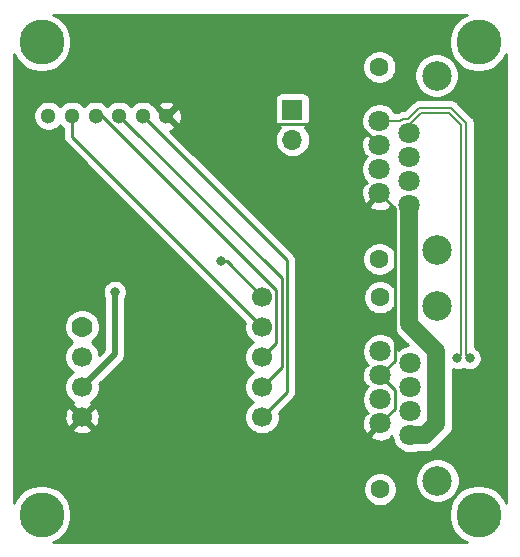
<source format=gbr>
G04 #@! TF.GenerationSoftware,KiCad,Pcbnew,(5.1.2)-1*
G04 #@! TF.CreationDate,2020-12-31T00:30:43+09:00*
G04 #@! TF.ProjectId,M5Atom_CAN_RJ45,4d354174-6f6d-45f4-9341-4e5f524a3435,rev?*
G04 #@! TF.SameCoordinates,Original*
G04 #@! TF.FileFunction,Copper,L1,Top*
G04 #@! TF.FilePolarity,Positive*
%FSLAX46Y46*%
G04 Gerber Fmt 4.6, Leading zero omitted, Abs format (unit mm)*
G04 Created by KiCad (PCBNEW (5.1.2)-1) date 2020-12-31 00:30:43*
%MOMM*%
%LPD*%
G04 APERTURE LIST*
%ADD10C,3.800000*%
%ADD11C,2.500000*%
%ADD12C,1.600000*%
%ADD13C,1.800000*%
%ADD14C,1.700000*%
%ADD15C,1.776200*%
%ADD16O,1.700000X1.700000*%
%ADD17R,1.700000X1.700000*%
%ADD18C,1.300000*%
%ADD19C,0.800000*%
%ADD20C,0.250000*%
%ADD21C,0.500000*%
%ADD22C,1.500000*%
%ADD23C,0.200000*%
%ADD24C,0.254000*%
G04 APERTURE END LIST*
D10*
X137000001Y-121200000D03*
X174000000Y-121200000D03*
X174000000Y-81200001D03*
X137000001Y-81200001D03*
D11*
X170511000Y-103534000D03*
X170511000Y-118334000D03*
D12*
X165671000Y-102809000D03*
X165671000Y-119059000D03*
D13*
X168211000Y-114490000D03*
X165671000Y-113474000D03*
X168211000Y-112458000D03*
X165671000Y-111442000D03*
X168211000Y-110426000D03*
X165671000Y-109410000D03*
X168211000Y-108394000D03*
X165671000Y-107378000D03*
D14*
X155667000Y-102768000D03*
X155667000Y-105308000D03*
X155667000Y-107848000D03*
X155667000Y-110388000D03*
X155667000Y-112928000D03*
X140427000Y-112928000D03*
X140427000Y-110388000D03*
X140427000Y-107848000D03*
D15*
X140427000Y-105308000D03*
D16*
X158242000Y-89471500D03*
D17*
X158242000Y-86931500D03*
D18*
X147574000Y-87439500D03*
X145574000Y-87439500D03*
X143574000Y-87439500D03*
X141574000Y-87439500D03*
X139574000Y-87439500D03*
X137574000Y-87439500D03*
D11*
X170448000Y-84040000D03*
X170448000Y-98840000D03*
D12*
X165608000Y-83315000D03*
X165608000Y-99565000D03*
D13*
X168148000Y-94996000D03*
X165608000Y-93980000D03*
X168148000Y-92964000D03*
X165608000Y-91948000D03*
X168148000Y-90932000D03*
X165608000Y-89916000D03*
X168148000Y-88900000D03*
X165608000Y-87884000D03*
D19*
X152213000Y-99768900D03*
X172195000Y-107950000D03*
X173245000Y-107950000D03*
X143198000Y-102358400D03*
D20*
X165671000Y-109410000D02*
X166922000Y-110661000D01*
X166922000Y-110661000D02*
X166922000Y-112223000D01*
X166922000Y-112223000D02*
X165671000Y-113474000D01*
X165608000Y-93980000D02*
X166896000Y-95268400D01*
X166896000Y-95268400D02*
X166896000Y-108185000D01*
X166896000Y-108185000D02*
X165671000Y-109410000D01*
X165608000Y-89916000D02*
X163799000Y-88106900D01*
X163799000Y-88106900D02*
X148241000Y-88106900D01*
X148241000Y-88106900D02*
X147574000Y-87439500D01*
X155667000Y-102768000D02*
X152668000Y-99768900D01*
X152668000Y-99768900D02*
X152213000Y-99768900D01*
X168211000Y-114490000D02*
X167990000Y-114711000D01*
D21*
X169483792Y-114490000D02*
X169496992Y-114503200D01*
D22*
X168211000Y-114490000D02*
X169483792Y-114490000D01*
X169496992Y-114503200D02*
X170434000Y-113566192D01*
X170434000Y-107315000D02*
X170434000Y-113566192D01*
X168148000Y-105029000D02*
X170434000Y-107315000D01*
X168148000Y-96268792D02*
X168148000Y-105029000D01*
X168148000Y-94996000D02*
X168148000Y-96268792D01*
D23*
X168148000Y-88900000D02*
X168148000Y-88202200D01*
X168148000Y-88202200D02*
X169130000Y-87220000D01*
X169130000Y-87220000D02*
X171484000Y-87220000D01*
X171484000Y-87220000D02*
X172495000Y-88231200D01*
X172495000Y-88231200D02*
X172495000Y-107650000D01*
X172495000Y-107650000D02*
X172195000Y-107950000D01*
X165608000Y-87884000D02*
X167388000Y-87884000D01*
X167388000Y-87884000D02*
X167572000Y-87700000D01*
X167572000Y-87700000D02*
X168014000Y-87700000D01*
X168014000Y-87700000D02*
X168944000Y-86770000D01*
X168944000Y-86770000D02*
X171670000Y-86770000D01*
X171670000Y-86770000D02*
X172945000Y-88044800D01*
X172945000Y-88044800D02*
X172945000Y-107650000D01*
X172945000Y-107650000D02*
X173245000Y-107950000D01*
D20*
X155667000Y-112928000D02*
X157780000Y-110815000D01*
X157780000Y-110815000D02*
X157780000Y-99645800D01*
X157780000Y-99645800D02*
X145574000Y-87439500D01*
X143574000Y-87439500D02*
X157330000Y-101195000D01*
X157330000Y-101195000D02*
X157330000Y-108725000D01*
X157330000Y-108725000D02*
X155667000Y-110388000D01*
X155667000Y-107848000D02*
X156849000Y-106666000D01*
X156849000Y-106666000D02*
X156849000Y-102207000D01*
X156849000Y-102207000D02*
X142081000Y-87439500D01*
X142081000Y-87439500D02*
X141574000Y-87439500D01*
X139574000Y-87439500D02*
X139574000Y-89215000D01*
X139574000Y-89215000D02*
X155667000Y-105308000D01*
D21*
X140427000Y-110388000D02*
X143198000Y-107617000D01*
X143198000Y-107617000D02*
X143198000Y-102358400D01*
D24*
G36*
X172799227Y-78953513D02*
G01*
X172384032Y-79230938D01*
X172030937Y-79584033D01*
X171753512Y-79999228D01*
X171562418Y-80460569D01*
X171465000Y-80950325D01*
X171465000Y-81449677D01*
X171562418Y-81939433D01*
X171753512Y-82400774D01*
X172030937Y-82815969D01*
X172384032Y-83169064D01*
X172799227Y-83446489D01*
X173260568Y-83637583D01*
X173750324Y-83735001D01*
X174249676Y-83735001D01*
X174739432Y-83637583D01*
X175200773Y-83446489D01*
X175615968Y-83169064D01*
X175969063Y-82815969D01*
X176246488Y-82400774D01*
X176340001Y-82175014D01*
X176340000Y-120224985D01*
X176246488Y-119999227D01*
X175969063Y-119584032D01*
X175615968Y-119230937D01*
X175200773Y-118953512D01*
X174739432Y-118762418D01*
X174249676Y-118665000D01*
X173750324Y-118665000D01*
X173260568Y-118762418D01*
X172799227Y-118953512D01*
X172384032Y-119230937D01*
X172030937Y-119584032D01*
X171753512Y-119999227D01*
X171562418Y-120460568D01*
X171465000Y-120950324D01*
X171465000Y-121449676D01*
X171562418Y-121939432D01*
X171753512Y-122400773D01*
X172030937Y-122815968D01*
X172384032Y-123169063D01*
X172799227Y-123446488D01*
X173024985Y-123540000D01*
X137975016Y-123540000D01*
X138200774Y-123446488D01*
X138615969Y-123169063D01*
X138969064Y-122815968D01*
X139246489Y-122400773D01*
X139437583Y-121939432D01*
X139535001Y-121449676D01*
X139535001Y-120950324D01*
X139437583Y-120460568D01*
X139246489Y-119999227D01*
X138969064Y-119584032D01*
X138615969Y-119230937D01*
X138200774Y-118953512D01*
X138114232Y-118917665D01*
X164236000Y-118917665D01*
X164236000Y-119200335D01*
X164291147Y-119477574D01*
X164399320Y-119738727D01*
X164556363Y-119973759D01*
X164756241Y-120173637D01*
X164991273Y-120330680D01*
X165252426Y-120438853D01*
X165529665Y-120494000D01*
X165812335Y-120494000D01*
X166089574Y-120438853D01*
X166350727Y-120330680D01*
X166585759Y-120173637D01*
X166785637Y-119973759D01*
X166942680Y-119738727D01*
X167050853Y-119477574D01*
X167106000Y-119200335D01*
X167106000Y-118917665D01*
X167050853Y-118640426D01*
X166942680Y-118379273D01*
X166788379Y-118148344D01*
X168626000Y-118148344D01*
X168626000Y-118519656D01*
X168698439Y-118883834D01*
X168840534Y-119226882D01*
X169046825Y-119535618D01*
X169309382Y-119798175D01*
X169618118Y-120004466D01*
X169961166Y-120146561D01*
X170325344Y-120219000D01*
X170696656Y-120219000D01*
X171060834Y-120146561D01*
X171403882Y-120004466D01*
X171712618Y-119798175D01*
X171975175Y-119535618D01*
X172181466Y-119226882D01*
X172323561Y-118883834D01*
X172396000Y-118519656D01*
X172396000Y-118148344D01*
X172323561Y-117784166D01*
X172181466Y-117441118D01*
X171975175Y-117132382D01*
X171712618Y-116869825D01*
X171403882Y-116663534D01*
X171060834Y-116521439D01*
X170696656Y-116449000D01*
X170325344Y-116449000D01*
X169961166Y-116521439D01*
X169618118Y-116663534D01*
X169309382Y-116869825D01*
X169046825Y-117132382D01*
X168840534Y-117441118D01*
X168698439Y-117784166D01*
X168626000Y-118148344D01*
X166788379Y-118148344D01*
X166785637Y-118144241D01*
X166585759Y-117944363D01*
X166350727Y-117787320D01*
X166089574Y-117679147D01*
X165812335Y-117624000D01*
X165529665Y-117624000D01*
X165252426Y-117679147D01*
X164991273Y-117787320D01*
X164756241Y-117944363D01*
X164556363Y-118144241D01*
X164399320Y-118379273D01*
X164291147Y-118640426D01*
X164236000Y-118917665D01*
X138114232Y-118917665D01*
X137739433Y-118762418D01*
X137249677Y-118665000D01*
X136750325Y-118665000D01*
X136260569Y-118762418D01*
X135799228Y-118953512D01*
X135384033Y-119230937D01*
X135030938Y-119584032D01*
X134753513Y-119999227D01*
X134660002Y-120224982D01*
X134660002Y-113956397D01*
X139578208Y-113956397D01*
X139655843Y-114205472D01*
X139919883Y-114331371D01*
X140203411Y-114403339D01*
X140495531Y-114418611D01*
X140785019Y-114376599D01*
X141060747Y-114278919D01*
X141198157Y-114205472D01*
X141275792Y-113956397D01*
X140427000Y-113107605D01*
X139578208Y-113956397D01*
X134660002Y-113956397D01*
X134660002Y-112996531D01*
X138936389Y-112996531D01*
X138978401Y-113286019D01*
X139076081Y-113561747D01*
X139149528Y-113699157D01*
X139398603Y-113776792D01*
X140247395Y-112928000D01*
X140606605Y-112928000D01*
X141455397Y-113776792D01*
X141704472Y-113699157D01*
X141830371Y-113435117D01*
X141902339Y-113151589D01*
X141917611Y-112859469D01*
X141875599Y-112569981D01*
X141777919Y-112294253D01*
X141704472Y-112156843D01*
X141455397Y-112079208D01*
X140606605Y-112928000D01*
X140247395Y-112928000D01*
X139398603Y-112079208D01*
X139149528Y-112156843D01*
X139023629Y-112420883D01*
X138951661Y-112704411D01*
X138936389Y-112996531D01*
X134660002Y-112996531D01*
X134660002Y-105157988D01*
X138903900Y-105157988D01*
X138903900Y-105458012D01*
X138962432Y-105752272D01*
X139077246Y-106029459D01*
X139243931Y-106278920D01*
X139456080Y-106491069D01*
X139620471Y-106600912D01*
X139480368Y-106694525D01*
X139273525Y-106901368D01*
X139111010Y-107144589D01*
X138999068Y-107414842D01*
X138942000Y-107701740D01*
X138942000Y-107994260D01*
X138999068Y-108281158D01*
X139111010Y-108551411D01*
X139273525Y-108794632D01*
X139480368Y-109001475D01*
X139654760Y-109118000D01*
X139480368Y-109234525D01*
X139273525Y-109441368D01*
X139111010Y-109684589D01*
X138999068Y-109954842D01*
X138942000Y-110241740D01*
X138942000Y-110534260D01*
X138999068Y-110821158D01*
X139111010Y-111091411D01*
X139273525Y-111334632D01*
X139480368Y-111541475D01*
X139653729Y-111657311D01*
X139578208Y-111899603D01*
X140427000Y-112748395D01*
X141275792Y-111899603D01*
X141200271Y-111657311D01*
X141373632Y-111541475D01*
X141580475Y-111334632D01*
X141742990Y-111091411D01*
X141854932Y-110821158D01*
X141912000Y-110534260D01*
X141912000Y-110241740D01*
X141897539Y-110169039D01*
X143793050Y-108273529D01*
X143826817Y-108245817D01*
X143876730Y-108184999D01*
X143937411Y-108111059D01*
X143998384Y-107996985D01*
X144019589Y-107957313D01*
X144070195Y-107790490D01*
X144083000Y-107660477D01*
X144083000Y-107660469D01*
X144087281Y-107617000D01*
X144083000Y-107573531D01*
X144083000Y-102896854D01*
X144115205Y-102848656D01*
X144193226Y-102660298D01*
X144233000Y-102460339D01*
X144233000Y-102256461D01*
X144193226Y-102056502D01*
X144115205Y-101868144D01*
X144001937Y-101698626D01*
X143857774Y-101554463D01*
X143688256Y-101441195D01*
X143499898Y-101363174D01*
X143299939Y-101323400D01*
X143096061Y-101323400D01*
X142896102Y-101363174D01*
X142707744Y-101441195D01*
X142538226Y-101554463D01*
X142394063Y-101698626D01*
X142280795Y-101868144D01*
X142202774Y-102056502D01*
X142163000Y-102256461D01*
X142163000Y-102460339D01*
X142202774Y-102660298D01*
X142280795Y-102848656D01*
X142313001Y-102896856D01*
X142313000Y-107250421D01*
X141903652Y-107659770D01*
X141854932Y-107414842D01*
X141742990Y-107144589D01*
X141580475Y-106901368D01*
X141373632Y-106694525D01*
X141233529Y-106600912D01*
X141397920Y-106491069D01*
X141610069Y-106278920D01*
X141776754Y-106029459D01*
X141891568Y-105752272D01*
X141950100Y-105458012D01*
X141950100Y-105157988D01*
X141891568Y-104863728D01*
X141776754Y-104586541D01*
X141610069Y-104337080D01*
X141397920Y-104124931D01*
X141148459Y-103958246D01*
X140871272Y-103843432D01*
X140577012Y-103784900D01*
X140276988Y-103784900D01*
X139982728Y-103843432D01*
X139705541Y-103958246D01*
X139456080Y-104124931D01*
X139243931Y-104337080D01*
X139077246Y-104586541D01*
X138962432Y-104863728D01*
X138903900Y-105157988D01*
X134660002Y-105157988D01*
X134660002Y-87312939D01*
X136289000Y-87312939D01*
X136289000Y-87566061D01*
X136338381Y-87814321D01*
X136435247Y-88048176D01*
X136575875Y-88258640D01*
X136754860Y-88437625D01*
X136965324Y-88578253D01*
X137199179Y-88675119D01*
X137447439Y-88724500D01*
X137700561Y-88724500D01*
X137948821Y-88675119D01*
X138182676Y-88578253D01*
X138393140Y-88437625D01*
X138572125Y-88258640D01*
X138574000Y-88255834D01*
X138575875Y-88258640D01*
X138754860Y-88437625D01*
X138814001Y-88477142D01*
X138814001Y-89177668D01*
X138810324Y-89215000D01*
X138814001Y-89252333D01*
X138824607Y-89360011D01*
X138824998Y-89363985D01*
X138868454Y-89507246D01*
X138939026Y-89639276D01*
X138972975Y-89680642D01*
X139034000Y-89755001D01*
X139062998Y-89778799D01*
X154225790Y-104941592D01*
X154182000Y-105161740D01*
X154182000Y-105454260D01*
X154239068Y-105741158D01*
X154351010Y-106011411D01*
X154513525Y-106254632D01*
X154720368Y-106461475D01*
X154894760Y-106578000D01*
X154720368Y-106694525D01*
X154513525Y-106901368D01*
X154351010Y-107144589D01*
X154239068Y-107414842D01*
X154182000Y-107701740D01*
X154182000Y-107994260D01*
X154239068Y-108281158D01*
X154351010Y-108551411D01*
X154513525Y-108794632D01*
X154720368Y-109001475D01*
X154894760Y-109118000D01*
X154720368Y-109234525D01*
X154513525Y-109441368D01*
X154351010Y-109684589D01*
X154239068Y-109954842D01*
X154182000Y-110241740D01*
X154182000Y-110534260D01*
X154239068Y-110821158D01*
X154351010Y-111091411D01*
X154513525Y-111334632D01*
X154720368Y-111541475D01*
X154894760Y-111658000D01*
X154720368Y-111774525D01*
X154513525Y-111981368D01*
X154351010Y-112224589D01*
X154239068Y-112494842D01*
X154182000Y-112781740D01*
X154182000Y-113074260D01*
X154239068Y-113361158D01*
X154351010Y-113631411D01*
X154513525Y-113874632D01*
X154720368Y-114081475D01*
X154963589Y-114243990D01*
X155233842Y-114355932D01*
X155520740Y-114413000D01*
X155813260Y-114413000D01*
X156100158Y-114355932D01*
X156370411Y-114243990D01*
X156613632Y-114081475D01*
X156820475Y-113874632D01*
X156982990Y-113631411D01*
X157094932Y-113361158D01*
X157152000Y-113074260D01*
X157152000Y-112781740D01*
X157108209Y-112561592D01*
X158291004Y-111378798D01*
X158320001Y-111355001D01*
X158414974Y-111239276D01*
X158485546Y-111107247D01*
X158529003Y-110963986D01*
X158540000Y-110852333D01*
X158540000Y-110852324D01*
X158543676Y-110815001D01*
X158540000Y-110777678D01*
X158540000Y-99683129D01*
X158543676Y-99645809D01*
X158540000Y-99608481D01*
X158540000Y-99608467D01*
X158529003Y-99496814D01*
X158485546Y-99353553D01*
X158443914Y-99275666D01*
X158414979Y-99221531D01*
X158414975Y-99221527D01*
X158414974Y-99221524D01*
X158320001Y-99105799D01*
X158291004Y-99082002D01*
X148680738Y-89471500D01*
X156749815Y-89471500D01*
X156778487Y-89762611D01*
X156863401Y-90042534D01*
X157001294Y-90300514D01*
X157186866Y-90526634D01*
X157412986Y-90712206D01*
X157670966Y-90850099D01*
X157950889Y-90935013D01*
X158169050Y-90956500D01*
X158314950Y-90956500D01*
X158533111Y-90935013D01*
X158813034Y-90850099D01*
X159071014Y-90712206D01*
X159297134Y-90526634D01*
X159482706Y-90300514D01*
X159620599Y-90042534D01*
X159638794Y-89982553D01*
X164067009Y-89982553D01*
X164109603Y-90281907D01*
X164209778Y-90567199D01*
X164289739Y-90716792D01*
X164543918Y-90800474D01*
X164427970Y-90916422D01*
X164448366Y-90936818D01*
X164415688Y-90969495D01*
X164247701Y-91220905D01*
X164131989Y-91500257D01*
X164073000Y-91796816D01*
X164073000Y-92099184D01*
X164131989Y-92395743D01*
X164247701Y-92675095D01*
X164415688Y-92926505D01*
X164448366Y-92959183D01*
X164427970Y-92979578D01*
X164543918Y-93095526D01*
X164289739Y-93179208D01*
X164158842Y-93451775D01*
X164083635Y-93744642D01*
X164067009Y-94046553D01*
X164109603Y-94345907D01*
X164209778Y-94631199D01*
X164289739Y-94780792D01*
X164543920Y-94864475D01*
X165428395Y-93980000D01*
X165414253Y-93965858D01*
X165593858Y-93786253D01*
X165608000Y-93800395D01*
X165622143Y-93786253D01*
X165801748Y-93965858D01*
X165787605Y-93980000D01*
X165801748Y-93994143D01*
X165622143Y-94173748D01*
X165608000Y-94159605D01*
X164723525Y-95044080D01*
X164807208Y-95298261D01*
X165079775Y-95429158D01*
X165372642Y-95504365D01*
X165674553Y-95520991D01*
X165973907Y-95478397D01*
X166259199Y-95378222D01*
X166408792Y-95298261D01*
X166492474Y-95044082D01*
X166608422Y-95160030D01*
X166614372Y-95154080D01*
X166671989Y-95443743D01*
X166763000Y-95663462D01*
X166763000Y-98710649D01*
X166722637Y-98650241D01*
X166522759Y-98450363D01*
X166287727Y-98293320D01*
X166026574Y-98185147D01*
X165749335Y-98130000D01*
X165466665Y-98130000D01*
X165189426Y-98185147D01*
X164928273Y-98293320D01*
X164693241Y-98450363D01*
X164493363Y-98650241D01*
X164336320Y-98885273D01*
X164228147Y-99146426D01*
X164173000Y-99423665D01*
X164173000Y-99706335D01*
X164228147Y-99983574D01*
X164336320Y-100244727D01*
X164493363Y-100479759D01*
X164693241Y-100679637D01*
X164928273Y-100836680D01*
X165189426Y-100944853D01*
X165466665Y-101000000D01*
X165749335Y-101000000D01*
X166026574Y-100944853D01*
X166287727Y-100836680D01*
X166522759Y-100679637D01*
X166722637Y-100479759D01*
X166763000Y-100419351D01*
X166763001Y-101871605D01*
X166585759Y-101694363D01*
X166350727Y-101537320D01*
X166089574Y-101429147D01*
X165812335Y-101374000D01*
X165529665Y-101374000D01*
X165252426Y-101429147D01*
X164991273Y-101537320D01*
X164756241Y-101694363D01*
X164556363Y-101894241D01*
X164399320Y-102129273D01*
X164291147Y-102390426D01*
X164236000Y-102667665D01*
X164236000Y-102950335D01*
X164291147Y-103227574D01*
X164399320Y-103488727D01*
X164556363Y-103723759D01*
X164756241Y-103923637D01*
X164991273Y-104080680D01*
X165252426Y-104188853D01*
X165529665Y-104244000D01*
X165812335Y-104244000D01*
X166089574Y-104188853D01*
X166350727Y-104080680D01*
X166585759Y-103923637D01*
X166763001Y-103746395D01*
X166763001Y-104960961D01*
X166756300Y-105029000D01*
X166783040Y-105300507D01*
X166862236Y-105561580D01*
X166990844Y-105802188D01*
X167120548Y-105960233D01*
X167120551Y-105960236D01*
X167163920Y-106013081D01*
X167216764Y-106056449D01*
X168026034Y-106865720D01*
X167763257Y-106917989D01*
X167483905Y-107033701D01*
X167232495Y-107201688D01*
X167206000Y-107228183D01*
X167206000Y-107226816D01*
X167147011Y-106930257D01*
X167031299Y-106650905D01*
X166863312Y-106399495D01*
X166649505Y-106185688D01*
X166398095Y-106017701D01*
X166118743Y-105901989D01*
X165822184Y-105843000D01*
X165519816Y-105843000D01*
X165223257Y-105901989D01*
X164943905Y-106017701D01*
X164692495Y-106185688D01*
X164478688Y-106399495D01*
X164310701Y-106650905D01*
X164194989Y-106930257D01*
X164136000Y-107226816D01*
X164136000Y-107529184D01*
X164194989Y-107825743D01*
X164310701Y-108105095D01*
X164478688Y-108356505D01*
X164511366Y-108389183D01*
X164490970Y-108409578D01*
X164606918Y-108525526D01*
X164352739Y-108609208D01*
X164221842Y-108881775D01*
X164146635Y-109174642D01*
X164130009Y-109476553D01*
X164172603Y-109775907D01*
X164272778Y-110061199D01*
X164352739Y-110210792D01*
X164606918Y-110294474D01*
X164490970Y-110410422D01*
X164511366Y-110430818D01*
X164478688Y-110463495D01*
X164310701Y-110714905D01*
X164194989Y-110994257D01*
X164136000Y-111290816D01*
X164136000Y-111593184D01*
X164194989Y-111889743D01*
X164310701Y-112169095D01*
X164478688Y-112420505D01*
X164511366Y-112453183D01*
X164490970Y-112473578D01*
X164606918Y-112589526D01*
X164352739Y-112673208D01*
X164221842Y-112945775D01*
X164146635Y-113238642D01*
X164130009Y-113540553D01*
X164172603Y-113839907D01*
X164272778Y-114125199D01*
X164352739Y-114274792D01*
X164606920Y-114358475D01*
X165491395Y-113474000D01*
X165477253Y-113459858D01*
X165656858Y-113280253D01*
X165671000Y-113294395D01*
X165685143Y-113280253D01*
X165864748Y-113459858D01*
X165850605Y-113474000D01*
X165864748Y-113488143D01*
X165685143Y-113667748D01*
X165671000Y-113653605D01*
X164786525Y-114538080D01*
X164870208Y-114792261D01*
X165142775Y-114923158D01*
X165435642Y-114998365D01*
X165737553Y-115014991D01*
X166036907Y-114972397D01*
X166322199Y-114872222D01*
X166471792Y-114792261D01*
X166555474Y-114538082D01*
X166671422Y-114654030D01*
X166677372Y-114648080D01*
X166734989Y-114937743D01*
X166850701Y-115217095D01*
X167018688Y-115468505D01*
X167232495Y-115682312D01*
X167483905Y-115850299D01*
X167763257Y-115966011D01*
X168059816Y-116025000D01*
X168362184Y-116025000D01*
X168658743Y-115966011D01*
X168878462Y-115875000D01*
X169294936Y-115875000D01*
X169496992Y-115894900D01*
X169768499Y-115868160D01*
X170029572Y-115788964D01*
X170270180Y-115660356D01*
X170428225Y-115530652D01*
X171365236Y-114593642D01*
X171418081Y-114550273D01*
X171467546Y-114490001D01*
X171591156Y-114339381D01*
X171591458Y-114338816D01*
X171719764Y-114098773D01*
X171798960Y-113837699D01*
X171819000Y-113634229D01*
X171819000Y-113634220D01*
X171825700Y-113566193D01*
X171819000Y-113498166D01*
X171819000Y-108914532D01*
X171893102Y-108945226D01*
X172093061Y-108985000D01*
X172296939Y-108985000D01*
X172496898Y-108945226D01*
X172685256Y-108867205D01*
X172720000Y-108843990D01*
X172754744Y-108867205D01*
X172943102Y-108945226D01*
X173143061Y-108985000D01*
X173346939Y-108985000D01*
X173546898Y-108945226D01*
X173735256Y-108867205D01*
X173904774Y-108753937D01*
X174048937Y-108609774D01*
X174162205Y-108440256D01*
X174240226Y-108251898D01*
X174280000Y-108051939D01*
X174280000Y-107848061D01*
X174240226Y-107648102D01*
X174162205Y-107459744D01*
X174048937Y-107290226D01*
X173904774Y-107146063D01*
X173735256Y-107032795D01*
X173680000Y-107009907D01*
X173680000Y-88080875D01*
X173683556Y-88044742D01*
X173676849Y-87976699D01*
X173669365Y-87900715D01*
X173669356Y-87900684D01*
X173669353Y-87900658D01*
X173650678Y-87839113D01*
X173627337Y-87762167D01*
X173627322Y-87762138D01*
X173627314Y-87762113D01*
X173595730Y-87703035D01*
X173559087Y-87634480D01*
X173559067Y-87634456D01*
X173559054Y-87634431D01*
X173511113Y-87576025D01*
X173467237Y-87522562D01*
X173439175Y-87499532D01*
X172215240Y-86275790D01*
X172192238Y-86247762D01*
X172164165Y-86224723D01*
X172164150Y-86224708D01*
X172143363Y-86207651D01*
X172080320Y-86155913D01*
X172080291Y-86155898D01*
X172080271Y-86155881D01*
X172026019Y-86126889D01*
X171952633Y-86087663D01*
X171952599Y-86087653D01*
X171952579Y-86087642D01*
X171893917Y-86069852D01*
X171814085Y-86045635D01*
X171814054Y-86045632D01*
X171814028Y-86045624D01*
X171743466Y-86038680D01*
X171706105Y-86035000D01*
X171706076Y-86035000D01*
X171669943Y-86031444D01*
X171633869Y-86035000D01*
X168980105Y-86035000D01*
X168944000Y-86031444D01*
X168799915Y-86045635D01*
X168661366Y-86087663D01*
X168543717Y-86150548D01*
X168533680Y-86155913D01*
X168421762Y-86247762D01*
X168398746Y-86275807D01*
X167709554Y-86965000D01*
X167608094Y-86965000D01*
X167571999Y-86961445D01*
X167535904Y-86965000D01*
X167535895Y-86965000D01*
X167427915Y-86975635D01*
X167289367Y-87017663D01*
X167161680Y-87085913D01*
X167084808Y-87149000D01*
X166963017Y-87149000D01*
X166800312Y-86905495D01*
X166586505Y-86691688D01*
X166335095Y-86523701D01*
X166055743Y-86407989D01*
X165759184Y-86349000D01*
X165456816Y-86349000D01*
X165160257Y-86407989D01*
X164880905Y-86523701D01*
X164629495Y-86691688D01*
X164415688Y-86905495D01*
X164247701Y-87156905D01*
X164131989Y-87436257D01*
X164073000Y-87732816D01*
X164073000Y-88035184D01*
X164131989Y-88331743D01*
X164247701Y-88611095D01*
X164415688Y-88862505D01*
X164448366Y-88895183D01*
X164427970Y-88915578D01*
X164543918Y-89031526D01*
X164289739Y-89115208D01*
X164158842Y-89387775D01*
X164083635Y-89680642D01*
X164067009Y-89982553D01*
X159638794Y-89982553D01*
X159705513Y-89762611D01*
X159734185Y-89471500D01*
X159705513Y-89180389D01*
X159620599Y-88900466D01*
X159482706Y-88642486D01*
X159297134Y-88416366D01*
X159267313Y-88391893D01*
X159336180Y-88371002D01*
X159446494Y-88312037D01*
X159543185Y-88232685D01*
X159622537Y-88135994D01*
X159681502Y-88025680D01*
X159717812Y-87905982D01*
X159730072Y-87781500D01*
X159730072Y-86081500D01*
X159717812Y-85957018D01*
X159681502Y-85837320D01*
X159622537Y-85727006D01*
X159543185Y-85630315D01*
X159446494Y-85550963D01*
X159336180Y-85491998D01*
X159216482Y-85455688D01*
X159092000Y-85443428D01*
X157392000Y-85443428D01*
X157267518Y-85455688D01*
X157147820Y-85491998D01*
X157037506Y-85550963D01*
X156940815Y-85630315D01*
X156861463Y-85727006D01*
X156802498Y-85837320D01*
X156766188Y-85957018D01*
X156753928Y-86081500D01*
X156753928Y-87781500D01*
X156766188Y-87905982D01*
X156802498Y-88025680D01*
X156861463Y-88135994D01*
X156940815Y-88232685D01*
X157037506Y-88312037D01*
X157147820Y-88371002D01*
X157216687Y-88391893D01*
X157186866Y-88416366D01*
X157001294Y-88642486D01*
X156863401Y-88900466D01*
X156778487Y-89180389D01*
X156749815Y-89471500D01*
X148680738Y-89471500D01*
X147898359Y-88689102D01*
X147900449Y-88688770D01*
X148137896Y-88601078D01*
X148226534Y-88553701D01*
X148279922Y-88325027D01*
X147574000Y-87619105D01*
X147559858Y-87633248D01*
X147380253Y-87453643D01*
X147394395Y-87439500D01*
X147753605Y-87439500D01*
X148459527Y-88145422D01*
X148688201Y-88092034D01*
X148794095Y-87862126D01*
X148853102Y-87615976D01*
X148862952Y-87363045D01*
X148823270Y-87113051D01*
X148735578Y-86875604D01*
X148688201Y-86786966D01*
X148459527Y-86733578D01*
X147753605Y-87439500D01*
X147394395Y-87439500D01*
X146688473Y-86733578D01*
X146653267Y-86741797D01*
X146572125Y-86620360D01*
X146505738Y-86553973D01*
X146868078Y-86553973D01*
X147574000Y-87259895D01*
X148279922Y-86553973D01*
X148226534Y-86325299D01*
X147996626Y-86219405D01*
X147750476Y-86160398D01*
X147497545Y-86150548D01*
X147247551Y-86190230D01*
X147010104Y-86277922D01*
X146921466Y-86325299D01*
X146868078Y-86553973D01*
X146505738Y-86553973D01*
X146393140Y-86441375D01*
X146182676Y-86300747D01*
X145948821Y-86203881D01*
X145700561Y-86154500D01*
X145447439Y-86154500D01*
X145199179Y-86203881D01*
X144965324Y-86300747D01*
X144754860Y-86441375D01*
X144575875Y-86620360D01*
X144574000Y-86623166D01*
X144572125Y-86620360D01*
X144393140Y-86441375D01*
X144182676Y-86300747D01*
X143948821Y-86203881D01*
X143700561Y-86154500D01*
X143447439Y-86154500D01*
X143199179Y-86203881D01*
X142965324Y-86300747D01*
X142754860Y-86441375D01*
X142575875Y-86620360D01*
X142574000Y-86623166D01*
X142572125Y-86620360D01*
X142393140Y-86441375D01*
X142182676Y-86300747D01*
X141948821Y-86203881D01*
X141700561Y-86154500D01*
X141447439Y-86154500D01*
X141199179Y-86203881D01*
X140965324Y-86300747D01*
X140754860Y-86441375D01*
X140575875Y-86620360D01*
X140574000Y-86623166D01*
X140572125Y-86620360D01*
X140393140Y-86441375D01*
X140182676Y-86300747D01*
X139948821Y-86203881D01*
X139700561Y-86154500D01*
X139447439Y-86154500D01*
X139199179Y-86203881D01*
X138965324Y-86300747D01*
X138754860Y-86441375D01*
X138575875Y-86620360D01*
X138574000Y-86623166D01*
X138572125Y-86620360D01*
X138393140Y-86441375D01*
X138182676Y-86300747D01*
X137948821Y-86203881D01*
X137700561Y-86154500D01*
X137447439Y-86154500D01*
X137199179Y-86203881D01*
X136965324Y-86300747D01*
X136754860Y-86441375D01*
X136575875Y-86620360D01*
X136435247Y-86830824D01*
X136338381Y-87064679D01*
X136289000Y-87312939D01*
X134660002Y-87312939D01*
X134660002Y-82175019D01*
X134753513Y-82400774D01*
X135030938Y-82815969D01*
X135384033Y-83169064D01*
X135799228Y-83446489D01*
X136260569Y-83637583D01*
X136750325Y-83735001D01*
X137249677Y-83735001D01*
X137739433Y-83637583D01*
X138200774Y-83446489D01*
X138609083Y-83173665D01*
X164173000Y-83173665D01*
X164173000Y-83456335D01*
X164228147Y-83733574D01*
X164336320Y-83994727D01*
X164493363Y-84229759D01*
X164693241Y-84429637D01*
X164928273Y-84586680D01*
X165189426Y-84694853D01*
X165466665Y-84750000D01*
X165749335Y-84750000D01*
X166026574Y-84694853D01*
X166287727Y-84586680D01*
X166522759Y-84429637D01*
X166722637Y-84229759D01*
X166879680Y-83994727D01*
X166937828Y-83854344D01*
X168563000Y-83854344D01*
X168563000Y-84225656D01*
X168635439Y-84589834D01*
X168777534Y-84932882D01*
X168983825Y-85241618D01*
X169246382Y-85504175D01*
X169555118Y-85710466D01*
X169898166Y-85852561D01*
X170262344Y-85925000D01*
X170633656Y-85925000D01*
X170997834Y-85852561D01*
X171340882Y-85710466D01*
X171649618Y-85504175D01*
X171912175Y-85241618D01*
X172118466Y-84932882D01*
X172260561Y-84589834D01*
X172333000Y-84225656D01*
X172333000Y-83854344D01*
X172260561Y-83490166D01*
X172118466Y-83147118D01*
X171912175Y-82838382D01*
X171649618Y-82575825D01*
X171340882Y-82369534D01*
X170997834Y-82227439D01*
X170633656Y-82155000D01*
X170262344Y-82155000D01*
X169898166Y-82227439D01*
X169555118Y-82369534D01*
X169246382Y-82575825D01*
X168983825Y-82838382D01*
X168777534Y-83147118D01*
X168635439Y-83490166D01*
X168563000Y-83854344D01*
X166937828Y-83854344D01*
X166987853Y-83733574D01*
X167043000Y-83456335D01*
X167043000Y-83173665D01*
X166987853Y-82896426D01*
X166879680Y-82635273D01*
X166722637Y-82400241D01*
X166522759Y-82200363D01*
X166287727Y-82043320D01*
X166026574Y-81935147D01*
X165749335Y-81880000D01*
X165466665Y-81880000D01*
X165189426Y-81935147D01*
X164928273Y-82043320D01*
X164693241Y-82200363D01*
X164493363Y-82400241D01*
X164336320Y-82635273D01*
X164228147Y-82896426D01*
X164173000Y-83173665D01*
X138609083Y-83173665D01*
X138615969Y-83169064D01*
X138969064Y-82815969D01*
X139246489Y-82400774D01*
X139437583Y-81939433D01*
X139535001Y-81449677D01*
X139535001Y-80950325D01*
X139437583Y-80460569D01*
X139246489Y-79999228D01*
X138969064Y-79584033D01*
X138615969Y-79230938D01*
X138200774Y-78953513D01*
X137975019Y-78860002D01*
X173024987Y-78860000D01*
X172799227Y-78953513D01*
X172799227Y-78953513D01*
G37*
X172799227Y-78953513D02*
X172384032Y-79230938D01*
X172030937Y-79584033D01*
X171753512Y-79999228D01*
X171562418Y-80460569D01*
X171465000Y-80950325D01*
X171465000Y-81449677D01*
X171562418Y-81939433D01*
X171753512Y-82400774D01*
X172030937Y-82815969D01*
X172384032Y-83169064D01*
X172799227Y-83446489D01*
X173260568Y-83637583D01*
X173750324Y-83735001D01*
X174249676Y-83735001D01*
X174739432Y-83637583D01*
X175200773Y-83446489D01*
X175615968Y-83169064D01*
X175969063Y-82815969D01*
X176246488Y-82400774D01*
X176340001Y-82175014D01*
X176340000Y-120224985D01*
X176246488Y-119999227D01*
X175969063Y-119584032D01*
X175615968Y-119230937D01*
X175200773Y-118953512D01*
X174739432Y-118762418D01*
X174249676Y-118665000D01*
X173750324Y-118665000D01*
X173260568Y-118762418D01*
X172799227Y-118953512D01*
X172384032Y-119230937D01*
X172030937Y-119584032D01*
X171753512Y-119999227D01*
X171562418Y-120460568D01*
X171465000Y-120950324D01*
X171465000Y-121449676D01*
X171562418Y-121939432D01*
X171753512Y-122400773D01*
X172030937Y-122815968D01*
X172384032Y-123169063D01*
X172799227Y-123446488D01*
X173024985Y-123540000D01*
X137975016Y-123540000D01*
X138200774Y-123446488D01*
X138615969Y-123169063D01*
X138969064Y-122815968D01*
X139246489Y-122400773D01*
X139437583Y-121939432D01*
X139535001Y-121449676D01*
X139535001Y-120950324D01*
X139437583Y-120460568D01*
X139246489Y-119999227D01*
X138969064Y-119584032D01*
X138615969Y-119230937D01*
X138200774Y-118953512D01*
X138114232Y-118917665D01*
X164236000Y-118917665D01*
X164236000Y-119200335D01*
X164291147Y-119477574D01*
X164399320Y-119738727D01*
X164556363Y-119973759D01*
X164756241Y-120173637D01*
X164991273Y-120330680D01*
X165252426Y-120438853D01*
X165529665Y-120494000D01*
X165812335Y-120494000D01*
X166089574Y-120438853D01*
X166350727Y-120330680D01*
X166585759Y-120173637D01*
X166785637Y-119973759D01*
X166942680Y-119738727D01*
X167050853Y-119477574D01*
X167106000Y-119200335D01*
X167106000Y-118917665D01*
X167050853Y-118640426D01*
X166942680Y-118379273D01*
X166788379Y-118148344D01*
X168626000Y-118148344D01*
X168626000Y-118519656D01*
X168698439Y-118883834D01*
X168840534Y-119226882D01*
X169046825Y-119535618D01*
X169309382Y-119798175D01*
X169618118Y-120004466D01*
X169961166Y-120146561D01*
X170325344Y-120219000D01*
X170696656Y-120219000D01*
X171060834Y-120146561D01*
X171403882Y-120004466D01*
X171712618Y-119798175D01*
X171975175Y-119535618D01*
X172181466Y-119226882D01*
X172323561Y-118883834D01*
X172396000Y-118519656D01*
X172396000Y-118148344D01*
X172323561Y-117784166D01*
X172181466Y-117441118D01*
X171975175Y-117132382D01*
X171712618Y-116869825D01*
X171403882Y-116663534D01*
X171060834Y-116521439D01*
X170696656Y-116449000D01*
X170325344Y-116449000D01*
X169961166Y-116521439D01*
X169618118Y-116663534D01*
X169309382Y-116869825D01*
X169046825Y-117132382D01*
X168840534Y-117441118D01*
X168698439Y-117784166D01*
X168626000Y-118148344D01*
X166788379Y-118148344D01*
X166785637Y-118144241D01*
X166585759Y-117944363D01*
X166350727Y-117787320D01*
X166089574Y-117679147D01*
X165812335Y-117624000D01*
X165529665Y-117624000D01*
X165252426Y-117679147D01*
X164991273Y-117787320D01*
X164756241Y-117944363D01*
X164556363Y-118144241D01*
X164399320Y-118379273D01*
X164291147Y-118640426D01*
X164236000Y-118917665D01*
X138114232Y-118917665D01*
X137739433Y-118762418D01*
X137249677Y-118665000D01*
X136750325Y-118665000D01*
X136260569Y-118762418D01*
X135799228Y-118953512D01*
X135384033Y-119230937D01*
X135030938Y-119584032D01*
X134753513Y-119999227D01*
X134660002Y-120224982D01*
X134660002Y-113956397D01*
X139578208Y-113956397D01*
X139655843Y-114205472D01*
X139919883Y-114331371D01*
X140203411Y-114403339D01*
X140495531Y-114418611D01*
X140785019Y-114376599D01*
X141060747Y-114278919D01*
X141198157Y-114205472D01*
X141275792Y-113956397D01*
X140427000Y-113107605D01*
X139578208Y-113956397D01*
X134660002Y-113956397D01*
X134660002Y-112996531D01*
X138936389Y-112996531D01*
X138978401Y-113286019D01*
X139076081Y-113561747D01*
X139149528Y-113699157D01*
X139398603Y-113776792D01*
X140247395Y-112928000D01*
X140606605Y-112928000D01*
X141455397Y-113776792D01*
X141704472Y-113699157D01*
X141830371Y-113435117D01*
X141902339Y-113151589D01*
X141917611Y-112859469D01*
X141875599Y-112569981D01*
X141777919Y-112294253D01*
X141704472Y-112156843D01*
X141455397Y-112079208D01*
X140606605Y-112928000D01*
X140247395Y-112928000D01*
X139398603Y-112079208D01*
X139149528Y-112156843D01*
X139023629Y-112420883D01*
X138951661Y-112704411D01*
X138936389Y-112996531D01*
X134660002Y-112996531D01*
X134660002Y-105157988D01*
X138903900Y-105157988D01*
X138903900Y-105458012D01*
X138962432Y-105752272D01*
X139077246Y-106029459D01*
X139243931Y-106278920D01*
X139456080Y-106491069D01*
X139620471Y-106600912D01*
X139480368Y-106694525D01*
X139273525Y-106901368D01*
X139111010Y-107144589D01*
X138999068Y-107414842D01*
X138942000Y-107701740D01*
X138942000Y-107994260D01*
X138999068Y-108281158D01*
X139111010Y-108551411D01*
X139273525Y-108794632D01*
X139480368Y-109001475D01*
X139654760Y-109118000D01*
X139480368Y-109234525D01*
X139273525Y-109441368D01*
X139111010Y-109684589D01*
X138999068Y-109954842D01*
X138942000Y-110241740D01*
X138942000Y-110534260D01*
X138999068Y-110821158D01*
X139111010Y-111091411D01*
X139273525Y-111334632D01*
X139480368Y-111541475D01*
X139653729Y-111657311D01*
X139578208Y-111899603D01*
X140427000Y-112748395D01*
X141275792Y-111899603D01*
X141200271Y-111657311D01*
X141373632Y-111541475D01*
X141580475Y-111334632D01*
X141742990Y-111091411D01*
X141854932Y-110821158D01*
X141912000Y-110534260D01*
X141912000Y-110241740D01*
X141897539Y-110169039D01*
X143793050Y-108273529D01*
X143826817Y-108245817D01*
X143876730Y-108184999D01*
X143937411Y-108111059D01*
X143998384Y-107996985D01*
X144019589Y-107957313D01*
X144070195Y-107790490D01*
X144083000Y-107660477D01*
X144083000Y-107660469D01*
X144087281Y-107617000D01*
X144083000Y-107573531D01*
X144083000Y-102896854D01*
X144115205Y-102848656D01*
X144193226Y-102660298D01*
X144233000Y-102460339D01*
X144233000Y-102256461D01*
X144193226Y-102056502D01*
X144115205Y-101868144D01*
X144001937Y-101698626D01*
X143857774Y-101554463D01*
X143688256Y-101441195D01*
X143499898Y-101363174D01*
X143299939Y-101323400D01*
X143096061Y-101323400D01*
X142896102Y-101363174D01*
X142707744Y-101441195D01*
X142538226Y-101554463D01*
X142394063Y-101698626D01*
X142280795Y-101868144D01*
X142202774Y-102056502D01*
X142163000Y-102256461D01*
X142163000Y-102460339D01*
X142202774Y-102660298D01*
X142280795Y-102848656D01*
X142313001Y-102896856D01*
X142313000Y-107250421D01*
X141903652Y-107659770D01*
X141854932Y-107414842D01*
X141742990Y-107144589D01*
X141580475Y-106901368D01*
X141373632Y-106694525D01*
X141233529Y-106600912D01*
X141397920Y-106491069D01*
X141610069Y-106278920D01*
X141776754Y-106029459D01*
X141891568Y-105752272D01*
X141950100Y-105458012D01*
X141950100Y-105157988D01*
X141891568Y-104863728D01*
X141776754Y-104586541D01*
X141610069Y-104337080D01*
X141397920Y-104124931D01*
X141148459Y-103958246D01*
X140871272Y-103843432D01*
X140577012Y-103784900D01*
X140276988Y-103784900D01*
X139982728Y-103843432D01*
X139705541Y-103958246D01*
X139456080Y-104124931D01*
X139243931Y-104337080D01*
X139077246Y-104586541D01*
X138962432Y-104863728D01*
X138903900Y-105157988D01*
X134660002Y-105157988D01*
X134660002Y-87312939D01*
X136289000Y-87312939D01*
X136289000Y-87566061D01*
X136338381Y-87814321D01*
X136435247Y-88048176D01*
X136575875Y-88258640D01*
X136754860Y-88437625D01*
X136965324Y-88578253D01*
X137199179Y-88675119D01*
X137447439Y-88724500D01*
X137700561Y-88724500D01*
X137948821Y-88675119D01*
X138182676Y-88578253D01*
X138393140Y-88437625D01*
X138572125Y-88258640D01*
X138574000Y-88255834D01*
X138575875Y-88258640D01*
X138754860Y-88437625D01*
X138814001Y-88477142D01*
X138814001Y-89177668D01*
X138810324Y-89215000D01*
X138814001Y-89252333D01*
X138824607Y-89360011D01*
X138824998Y-89363985D01*
X138868454Y-89507246D01*
X138939026Y-89639276D01*
X138972975Y-89680642D01*
X139034000Y-89755001D01*
X139062998Y-89778799D01*
X154225790Y-104941592D01*
X154182000Y-105161740D01*
X154182000Y-105454260D01*
X154239068Y-105741158D01*
X154351010Y-106011411D01*
X154513525Y-106254632D01*
X154720368Y-106461475D01*
X154894760Y-106578000D01*
X154720368Y-106694525D01*
X154513525Y-106901368D01*
X154351010Y-107144589D01*
X154239068Y-107414842D01*
X154182000Y-107701740D01*
X154182000Y-107994260D01*
X154239068Y-108281158D01*
X154351010Y-108551411D01*
X154513525Y-108794632D01*
X154720368Y-109001475D01*
X154894760Y-109118000D01*
X154720368Y-109234525D01*
X154513525Y-109441368D01*
X154351010Y-109684589D01*
X154239068Y-109954842D01*
X154182000Y-110241740D01*
X154182000Y-110534260D01*
X154239068Y-110821158D01*
X154351010Y-111091411D01*
X154513525Y-111334632D01*
X154720368Y-111541475D01*
X154894760Y-111658000D01*
X154720368Y-111774525D01*
X154513525Y-111981368D01*
X154351010Y-112224589D01*
X154239068Y-112494842D01*
X154182000Y-112781740D01*
X154182000Y-113074260D01*
X154239068Y-113361158D01*
X154351010Y-113631411D01*
X154513525Y-113874632D01*
X154720368Y-114081475D01*
X154963589Y-114243990D01*
X155233842Y-114355932D01*
X155520740Y-114413000D01*
X155813260Y-114413000D01*
X156100158Y-114355932D01*
X156370411Y-114243990D01*
X156613632Y-114081475D01*
X156820475Y-113874632D01*
X156982990Y-113631411D01*
X157094932Y-113361158D01*
X157152000Y-113074260D01*
X157152000Y-112781740D01*
X157108209Y-112561592D01*
X158291004Y-111378798D01*
X158320001Y-111355001D01*
X158414974Y-111239276D01*
X158485546Y-111107247D01*
X158529003Y-110963986D01*
X158540000Y-110852333D01*
X158540000Y-110852324D01*
X158543676Y-110815001D01*
X158540000Y-110777678D01*
X158540000Y-99683129D01*
X158543676Y-99645809D01*
X158540000Y-99608481D01*
X158540000Y-99608467D01*
X158529003Y-99496814D01*
X158485546Y-99353553D01*
X158443914Y-99275666D01*
X158414979Y-99221531D01*
X158414975Y-99221527D01*
X158414974Y-99221524D01*
X158320001Y-99105799D01*
X158291004Y-99082002D01*
X148680738Y-89471500D01*
X156749815Y-89471500D01*
X156778487Y-89762611D01*
X156863401Y-90042534D01*
X157001294Y-90300514D01*
X157186866Y-90526634D01*
X157412986Y-90712206D01*
X157670966Y-90850099D01*
X157950889Y-90935013D01*
X158169050Y-90956500D01*
X158314950Y-90956500D01*
X158533111Y-90935013D01*
X158813034Y-90850099D01*
X159071014Y-90712206D01*
X159297134Y-90526634D01*
X159482706Y-90300514D01*
X159620599Y-90042534D01*
X159638794Y-89982553D01*
X164067009Y-89982553D01*
X164109603Y-90281907D01*
X164209778Y-90567199D01*
X164289739Y-90716792D01*
X164543918Y-90800474D01*
X164427970Y-90916422D01*
X164448366Y-90936818D01*
X164415688Y-90969495D01*
X164247701Y-91220905D01*
X164131989Y-91500257D01*
X164073000Y-91796816D01*
X164073000Y-92099184D01*
X164131989Y-92395743D01*
X164247701Y-92675095D01*
X164415688Y-92926505D01*
X164448366Y-92959183D01*
X164427970Y-92979578D01*
X164543918Y-93095526D01*
X164289739Y-93179208D01*
X164158842Y-93451775D01*
X164083635Y-93744642D01*
X164067009Y-94046553D01*
X164109603Y-94345907D01*
X164209778Y-94631199D01*
X164289739Y-94780792D01*
X164543920Y-94864475D01*
X165428395Y-93980000D01*
X165414253Y-93965858D01*
X165593858Y-93786253D01*
X165608000Y-93800395D01*
X165622143Y-93786253D01*
X165801748Y-93965858D01*
X165787605Y-93980000D01*
X165801748Y-93994143D01*
X165622143Y-94173748D01*
X165608000Y-94159605D01*
X164723525Y-95044080D01*
X164807208Y-95298261D01*
X165079775Y-95429158D01*
X165372642Y-95504365D01*
X165674553Y-95520991D01*
X165973907Y-95478397D01*
X166259199Y-95378222D01*
X166408792Y-95298261D01*
X166492474Y-95044082D01*
X166608422Y-95160030D01*
X166614372Y-95154080D01*
X166671989Y-95443743D01*
X166763000Y-95663462D01*
X166763000Y-98710649D01*
X166722637Y-98650241D01*
X166522759Y-98450363D01*
X166287727Y-98293320D01*
X166026574Y-98185147D01*
X165749335Y-98130000D01*
X165466665Y-98130000D01*
X165189426Y-98185147D01*
X164928273Y-98293320D01*
X164693241Y-98450363D01*
X164493363Y-98650241D01*
X164336320Y-98885273D01*
X164228147Y-99146426D01*
X164173000Y-99423665D01*
X164173000Y-99706335D01*
X164228147Y-99983574D01*
X164336320Y-100244727D01*
X164493363Y-100479759D01*
X164693241Y-100679637D01*
X164928273Y-100836680D01*
X165189426Y-100944853D01*
X165466665Y-101000000D01*
X165749335Y-101000000D01*
X166026574Y-100944853D01*
X166287727Y-100836680D01*
X166522759Y-100679637D01*
X166722637Y-100479759D01*
X166763000Y-100419351D01*
X166763001Y-101871605D01*
X166585759Y-101694363D01*
X166350727Y-101537320D01*
X166089574Y-101429147D01*
X165812335Y-101374000D01*
X165529665Y-101374000D01*
X165252426Y-101429147D01*
X164991273Y-101537320D01*
X164756241Y-101694363D01*
X164556363Y-101894241D01*
X164399320Y-102129273D01*
X164291147Y-102390426D01*
X164236000Y-102667665D01*
X164236000Y-102950335D01*
X164291147Y-103227574D01*
X164399320Y-103488727D01*
X164556363Y-103723759D01*
X164756241Y-103923637D01*
X164991273Y-104080680D01*
X165252426Y-104188853D01*
X165529665Y-104244000D01*
X165812335Y-104244000D01*
X166089574Y-104188853D01*
X166350727Y-104080680D01*
X166585759Y-103923637D01*
X166763001Y-103746395D01*
X166763001Y-104960961D01*
X166756300Y-105029000D01*
X166783040Y-105300507D01*
X166862236Y-105561580D01*
X166990844Y-105802188D01*
X167120548Y-105960233D01*
X167120551Y-105960236D01*
X167163920Y-106013081D01*
X167216764Y-106056449D01*
X168026034Y-106865720D01*
X167763257Y-106917989D01*
X167483905Y-107033701D01*
X167232495Y-107201688D01*
X167206000Y-107228183D01*
X167206000Y-107226816D01*
X167147011Y-106930257D01*
X167031299Y-106650905D01*
X166863312Y-106399495D01*
X166649505Y-106185688D01*
X166398095Y-106017701D01*
X166118743Y-105901989D01*
X165822184Y-105843000D01*
X165519816Y-105843000D01*
X165223257Y-105901989D01*
X164943905Y-106017701D01*
X164692495Y-106185688D01*
X164478688Y-106399495D01*
X164310701Y-106650905D01*
X164194989Y-106930257D01*
X164136000Y-107226816D01*
X164136000Y-107529184D01*
X164194989Y-107825743D01*
X164310701Y-108105095D01*
X164478688Y-108356505D01*
X164511366Y-108389183D01*
X164490970Y-108409578D01*
X164606918Y-108525526D01*
X164352739Y-108609208D01*
X164221842Y-108881775D01*
X164146635Y-109174642D01*
X164130009Y-109476553D01*
X164172603Y-109775907D01*
X164272778Y-110061199D01*
X164352739Y-110210792D01*
X164606918Y-110294474D01*
X164490970Y-110410422D01*
X164511366Y-110430818D01*
X164478688Y-110463495D01*
X164310701Y-110714905D01*
X164194989Y-110994257D01*
X164136000Y-111290816D01*
X164136000Y-111593184D01*
X164194989Y-111889743D01*
X164310701Y-112169095D01*
X164478688Y-112420505D01*
X164511366Y-112453183D01*
X164490970Y-112473578D01*
X164606918Y-112589526D01*
X164352739Y-112673208D01*
X164221842Y-112945775D01*
X164146635Y-113238642D01*
X164130009Y-113540553D01*
X164172603Y-113839907D01*
X164272778Y-114125199D01*
X164352739Y-114274792D01*
X164606920Y-114358475D01*
X165491395Y-113474000D01*
X165477253Y-113459858D01*
X165656858Y-113280253D01*
X165671000Y-113294395D01*
X165685143Y-113280253D01*
X165864748Y-113459858D01*
X165850605Y-113474000D01*
X165864748Y-113488143D01*
X165685143Y-113667748D01*
X165671000Y-113653605D01*
X164786525Y-114538080D01*
X164870208Y-114792261D01*
X165142775Y-114923158D01*
X165435642Y-114998365D01*
X165737553Y-115014991D01*
X166036907Y-114972397D01*
X166322199Y-114872222D01*
X166471792Y-114792261D01*
X166555474Y-114538082D01*
X166671422Y-114654030D01*
X166677372Y-114648080D01*
X166734989Y-114937743D01*
X166850701Y-115217095D01*
X167018688Y-115468505D01*
X167232495Y-115682312D01*
X167483905Y-115850299D01*
X167763257Y-115966011D01*
X168059816Y-116025000D01*
X168362184Y-116025000D01*
X168658743Y-115966011D01*
X168878462Y-115875000D01*
X169294936Y-115875000D01*
X169496992Y-115894900D01*
X169768499Y-115868160D01*
X170029572Y-115788964D01*
X170270180Y-115660356D01*
X170428225Y-115530652D01*
X171365236Y-114593642D01*
X171418081Y-114550273D01*
X171467546Y-114490001D01*
X171591156Y-114339381D01*
X171591458Y-114338816D01*
X171719764Y-114098773D01*
X171798960Y-113837699D01*
X171819000Y-113634229D01*
X171819000Y-113634220D01*
X171825700Y-113566193D01*
X171819000Y-113498166D01*
X171819000Y-108914532D01*
X171893102Y-108945226D01*
X172093061Y-108985000D01*
X172296939Y-108985000D01*
X172496898Y-108945226D01*
X172685256Y-108867205D01*
X172720000Y-108843990D01*
X172754744Y-108867205D01*
X172943102Y-108945226D01*
X173143061Y-108985000D01*
X173346939Y-108985000D01*
X173546898Y-108945226D01*
X173735256Y-108867205D01*
X173904774Y-108753937D01*
X174048937Y-108609774D01*
X174162205Y-108440256D01*
X174240226Y-108251898D01*
X174280000Y-108051939D01*
X174280000Y-107848061D01*
X174240226Y-107648102D01*
X174162205Y-107459744D01*
X174048937Y-107290226D01*
X173904774Y-107146063D01*
X173735256Y-107032795D01*
X173680000Y-107009907D01*
X173680000Y-88080875D01*
X173683556Y-88044742D01*
X173676849Y-87976699D01*
X173669365Y-87900715D01*
X173669356Y-87900684D01*
X173669353Y-87900658D01*
X173650678Y-87839113D01*
X173627337Y-87762167D01*
X173627322Y-87762138D01*
X173627314Y-87762113D01*
X173595730Y-87703035D01*
X173559087Y-87634480D01*
X173559067Y-87634456D01*
X173559054Y-87634431D01*
X173511113Y-87576025D01*
X173467237Y-87522562D01*
X173439175Y-87499532D01*
X172215240Y-86275790D01*
X172192238Y-86247762D01*
X172164165Y-86224723D01*
X172164150Y-86224708D01*
X172143363Y-86207651D01*
X172080320Y-86155913D01*
X172080291Y-86155898D01*
X172080271Y-86155881D01*
X172026019Y-86126889D01*
X171952633Y-86087663D01*
X171952599Y-86087653D01*
X171952579Y-86087642D01*
X171893917Y-86069852D01*
X171814085Y-86045635D01*
X171814054Y-86045632D01*
X171814028Y-86045624D01*
X171743466Y-86038680D01*
X171706105Y-86035000D01*
X171706076Y-86035000D01*
X171669943Y-86031444D01*
X171633869Y-86035000D01*
X168980105Y-86035000D01*
X168944000Y-86031444D01*
X168799915Y-86045635D01*
X168661366Y-86087663D01*
X168543717Y-86150548D01*
X168533680Y-86155913D01*
X168421762Y-86247762D01*
X168398746Y-86275807D01*
X167709554Y-86965000D01*
X167608094Y-86965000D01*
X167571999Y-86961445D01*
X167535904Y-86965000D01*
X167535895Y-86965000D01*
X167427915Y-86975635D01*
X167289367Y-87017663D01*
X167161680Y-87085913D01*
X167084808Y-87149000D01*
X166963017Y-87149000D01*
X166800312Y-86905495D01*
X166586505Y-86691688D01*
X166335095Y-86523701D01*
X166055743Y-86407989D01*
X165759184Y-86349000D01*
X165456816Y-86349000D01*
X165160257Y-86407989D01*
X164880905Y-86523701D01*
X164629495Y-86691688D01*
X164415688Y-86905495D01*
X164247701Y-87156905D01*
X164131989Y-87436257D01*
X164073000Y-87732816D01*
X164073000Y-88035184D01*
X164131989Y-88331743D01*
X164247701Y-88611095D01*
X164415688Y-88862505D01*
X164448366Y-88895183D01*
X164427970Y-88915578D01*
X164543918Y-89031526D01*
X164289739Y-89115208D01*
X164158842Y-89387775D01*
X164083635Y-89680642D01*
X164067009Y-89982553D01*
X159638794Y-89982553D01*
X159705513Y-89762611D01*
X159734185Y-89471500D01*
X159705513Y-89180389D01*
X159620599Y-88900466D01*
X159482706Y-88642486D01*
X159297134Y-88416366D01*
X159267313Y-88391893D01*
X159336180Y-88371002D01*
X159446494Y-88312037D01*
X159543185Y-88232685D01*
X159622537Y-88135994D01*
X159681502Y-88025680D01*
X159717812Y-87905982D01*
X159730072Y-87781500D01*
X159730072Y-86081500D01*
X159717812Y-85957018D01*
X159681502Y-85837320D01*
X159622537Y-85727006D01*
X159543185Y-85630315D01*
X159446494Y-85550963D01*
X159336180Y-85491998D01*
X159216482Y-85455688D01*
X159092000Y-85443428D01*
X157392000Y-85443428D01*
X157267518Y-85455688D01*
X157147820Y-85491998D01*
X157037506Y-85550963D01*
X156940815Y-85630315D01*
X156861463Y-85727006D01*
X156802498Y-85837320D01*
X156766188Y-85957018D01*
X156753928Y-86081500D01*
X156753928Y-87781500D01*
X156766188Y-87905982D01*
X156802498Y-88025680D01*
X156861463Y-88135994D01*
X156940815Y-88232685D01*
X157037506Y-88312037D01*
X157147820Y-88371002D01*
X157216687Y-88391893D01*
X157186866Y-88416366D01*
X157001294Y-88642486D01*
X156863401Y-88900466D01*
X156778487Y-89180389D01*
X156749815Y-89471500D01*
X148680738Y-89471500D01*
X147898359Y-88689102D01*
X147900449Y-88688770D01*
X148137896Y-88601078D01*
X148226534Y-88553701D01*
X148279922Y-88325027D01*
X147574000Y-87619105D01*
X147559858Y-87633248D01*
X147380253Y-87453643D01*
X147394395Y-87439500D01*
X147753605Y-87439500D01*
X148459527Y-88145422D01*
X148688201Y-88092034D01*
X148794095Y-87862126D01*
X148853102Y-87615976D01*
X148862952Y-87363045D01*
X148823270Y-87113051D01*
X148735578Y-86875604D01*
X148688201Y-86786966D01*
X148459527Y-86733578D01*
X147753605Y-87439500D01*
X147394395Y-87439500D01*
X146688473Y-86733578D01*
X146653267Y-86741797D01*
X146572125Y-86620360D01*
X146505738Y-86553973D01*
X146868078Y-86553973D01*
X147574000Y-87259895D01*
X148279922Y-86553973D01*
X148226534Y-86325299D01*
X147996626Y-86219405D01*
X147750476Y-86160398D01*
X147497545Y-86150548D01*
X147247551Y-86190230D01*
X147010104Y-86277922D01*
X146921466Y-86325299D01*
X146868078Y-86553973D01*
X146505738Y-86553973D01*
X146393140Y-86441375D01*
X146182676Y-86300747D01*
X145948821Y-86203881D01*
X145700561Y-86154500D01*
X145447439Y-86154500D01*
X145199179Y-86203881D01*
X144965324Y-86300747D01*
X144754860Y-86441375D01*
X144575875Y-86620360D01*
X144574000Y-86623166D01*
X144572125Y-86620360D01*
X144393140Y-86441375D01*
X144182676Y-86300747D01*
X143948821Y-86203881D01*
X143700561Y-86154500D01*
X143447439Y-86154500D01*
X143199179Y-86203881D01*
X142965324Y-86300747D01*
X142754860Y-86441375D01*
X142575875Y-86620360D01*
X142574000Y-86623166D01*
X142572125Y-86620360D01*
X142393140Y-86441375D01*
X142182676Y-86300747D01*
X141948821Y-86203881D01*
X141700561Y-86154500D01*
X141447439Y-86154500D01*
X141199179Y-86203881D01*
X140965324Y-86300747D01*
X140754860Y-86441375D01*
X140575875Y-86620360D01*
X140574000Y-86623166D01*
X140572125Y-86620360D01*
X140393140Y-86441375D01*
X140182676Y-86300747D01*
X139948821Y-86203881D01*
X139700561Y-86154500D01*
X139447439Y-86154500D01*
X139199179Y-86203881D01*
X138965324Y-86300747D01*
X138754860Y-86441375D01*
X138575875Y-86620360D01*
X138574000Y-86623166D01*
X138572125Y-86620360D01*
X138393140Y-86441375D01*
X138182676Y-86300747D01*
X137948821Y-86203881D01*
X137700561Y-86154500D01*
X137447439Y-86154500D01*
X137199179Y-86203881D01*
X136965324Y-86300747D01*
X136754860Y-86441375D01*
X136575875Y-86620360D01*
X136435247Y-86830824D01*
X136338381Y-87064679D01*
X136289000Y-87312939D01*
X134660002Y-87312939D01*
X134660002Y-82175019D01*
X134753513Y-82400774D01*
X135030938Y-82815969D01*
X135384033Y-83169064D01*
X135799228Y-83446489D01*
X136260569Y-83637583D01*
X136750325Y-83735001D01*
X137249677Y-83735001D01*
X137739433Y-83637583D01*
X138200774Y-83446489D01*
X138609083Y-83173665D01*
X164173000Y-83173665D01*
X164173000Y-83456335D01*
X164228147Y-83733574D01*
X164336320Y-83994727D01*
X164493363Y-84229759D01*
X164693241Y-84429637D01*
X164928273Y-84586680D01*
X165189426Y-84694853D01*
X165466665Y-84750000D01*
X165749335Y-84750000D01*
X166026574Y-84694853D01*
X166287727Y-84586680D01*
X166522759Y-84429637D01*
X166722637Y-84229759D01*
X166879680Y-83994727D01*
X166937828Y-83854344D01*
X168563000Y-83854344D01*
X168563000Y-84225656D01*
X168635439Y-84589834D01*
X168777534Y-84932882D01*
X168983825Y-85241618D01*
X169246382Y-85504175D01*
X169555118Y-85710466D01*
X169898166Y-85852561D01*
X170262344Y-85925000D01*
X170633656Y-85925000D01*
X170997834Y-85852561D01*
X171340882Y-85710466D01*
X171649618Y-85504175D01*
X171912175Y-85241618D01*
X172118466Y-84932882D01*
X172260561Y-84589834D01*
X172333000Y-84225656D01*
X172333000Y-83854344D01*
X172260561Y-83490166D01*
X172118466Y-83147118D01*
X171912175Y-82838382D01*
X171649618Y-82575825D01*
X171340882Y-82369534D01*
X170997834Y-82227439D01*
X170633656Y-82155000D01*
X170262344Y-82155000D01*
X169898166Y-82227439D01*
X169555118Y-82369534D01*
X169246382Y-82575825D01*
X168983825Y-82838382D01*
X168777534Y-83147118D01*
X168635439Y-83490166D01*
X168563000Y-83854344D01*
X166937828Y-83854344D01*
X166987853Y-83733574D01*
X167043000Y-83456335D01*
X167043000Y-83173665D01*
X166987853Y-82896426D01*
X166879680Y-82635273D01*
X166722637Y-82400241D01*
X166522759Y-82200363D01*
X166287727Y-82043320D01*
X166026574Y-81935147D01*
X165749335Y-81880000D01*
X165466665Y-81880000D01*
X165189426Y-81935147D01*
X164928273Y-82043320D01*
X164693241Y-82200363D01*
X164493363Y-82400241D01*
X164336320Y-82635273D01*
X164228147Y-82896426D01*
X164173000Y-83173665D01*
X138609083Y-83173665D01*
X138615969Y-83169064D01*
X138969064Y-82815969D01*
X139246489Y-82400774D01*
X139437583Y-81939433D01*
X139535001Y-81449677D01*
X139535001Y-80950325D01*
X139437583Y-80460569D01*
X139246489Y-79999228D01*
X138969064Y-79584033D01*
X138615969Y-79230938D01*
X138200774Y-78953513D01*
X137975019Y-78860002D01*
X173024987Y-78860000D01*
X172799227Y-78953513D01*
G36*
X165864748Y-109395858D02*
G01*
X165850605Y-109410000D01*
X165864748Y-109424143D01*
X165685143Y-109603748D01*
X165671000Y-109589605D01*
X165656858Y-109603748D01*
X165477253Y-109424143D01*
X165491395Y-109410000D01*
X165477253Y-109395858D01*
X165656858Y-109216253D01*
X165671000Y-109230395D01*
X165685143Y-109216253D01*
X165864748Y-109395858D01*
X165864748Y-109395858D01*
G37*
X165864748Y-109395858D02*
X165850605Y-109410000D01*
X165864748Y-109424143D01*
X165685143Y-109603748D01*
X165671000Y-109589605D01*
X165656858Y-109603748D01*
X165477253Y-109424143D01*
X165491395Y-109410000D01*
X165477253Y-109395858D01*
X165656858Y-109216253D01*
X165671000Y-109230395D01*
X165685143Y-109216253D01*
X165864748Y-109395858D01*
G36*
X165801748Y-89901858D02*
G01*
X165787605Y-89916000D01*
X165801748Y-89930143D01*
X165622143Y-90109748D01*
X165608000Y-90095605D01*
X165593858Y-90109748D01*
X165414253Y-89930143D01*
X165428395Y-89916000D01*
X165414253Y-89901858D01*
X165593858Y-89722253D01*
X165608000Y-89736395D01*
X165622143Y-89722253D01*
X165801748Y-89901858D01*
X165801748Y-89901858D01*
G37*
X165801748Y-89901858D02*
X165787605Y-89916000D01*
X165801748Y-89930143D01*
X165622143Y-90109748D01*
X165608000Y-90095605D01*
X165593858Y-90109748D01*
X165414253Y-89930143D01*
X165428395Y-89916000D01*
X165414253Y-89901858D01*
X165593858Y-89722253D01*
X165608000Y-89736395D01*
X165622143Y-89722253D01*
X165801748Y-89901858D01*
M02*

</source>
